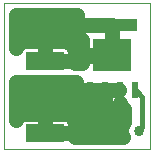
<source format=gtl>
G75*
%MOIN*%
%OFA0B0*%
%FSLAX24Y24*%
%IPPOS*%
%LPD*%
%AMOC8*
5,1,8,0,0,1.08239X$1,22.5*
%
%ADD10C,0.0000*%
%ADD11R,0.0236X0.0551*%
%ADD12R,0.1654X0.0433*%
%ADD13R,0.1299X0.1063*%
%ADD14R,0.1299X0.0591*%
%ADD15C,0.0340*%
%ADD16C,0.0160*%
%ADD17C,0.0500*%
%ADD18C,0.0600*%
D10*
X000475Y000600D02*
X000475Y005470D01*
X005342Y005470D01*
X005342Y000600D01*
X000475Y000600D01*
D11*
X003350Y002566D03*
X003850Y002566D03*
X004350Y002566D03*
X004850Y002566D03*
D12*
X004100Y004758D03*
D13*
X004100Y003735D03*
D14*
X001850Y003551D03*
X001850Y001149D03*
D15*
X004975Y001225D03*
D16*
X005100Y001350D01*
X005100Y002350D01*
X004884Y002566D01*
X004850Y002566D01*
D17*
X004350Y002147D02*
X004350Y002147D01*
X004350Y001940D01*
X004475Y001940D01*
X004475Y001527D01*
X004398Y001340D01*
X004398Y001110D01*
X004443Y001000D01*
X002850Y001000D01*
X002850Y001149D01*
X001850Y001149D01*
X001850Y001149D01*
X002850Y001149D01*
X002850Y001479D01*
X002836Y001547D01*
X002810Y001610D01*
X002771Y001668D01*
X002723Y001716D01*
X002665Y001755D01*
X002602Y001781D01*
X002534Y001794D01*
X001850Y001794D01*
X001166Y001794D01*
X001098Y001781D01*
X001035Y001755D01*
X000977Y001716D01*
X000929Y001668D01*
X000890Y001610D01*
X000875Y001574D01*
X000875Y002850D01*
X001115Y002850D01*
X001119Y002848D01*
X002581Y002848D01*
X002585Y002850D01*
X002882Y002850D01*
X002882Y002566D01*
X003350Y002566D01*
X003350Y002566D01*
X003850Y002566D01*
X004324Y002566D01*
X004324Y002566D01*
X003882Y002566D01*
X003850Y002566D01*
X003850Y002566D01*
X003850Y002566D01*
X003382Y002566D01*
X003350Y002566D01*
X003350Y002566D01*
X002882Y002566D01*
X002882Y002255D01*
X002895Y002188D01*
X002922Y002124D01*
X002960Y002067D01*
X003009Y002018D01*
X003066Y001980D01*
X003130Y001953D01*
X003197Y001940D01*
X003350Y001940D01*
X003503Y001940D01*
X003570Y001953D01*
X003600Y001966D01*
X003630Y001953D01*
X003697Y001940D01*
X003850Y001940D01*
X004003Y001940D01*
X004070Y001953D01*
X004100Y001966D01*
X004130Y001953D01*
X004197Y001940D01*
X004350Y001940D01*
X004350Y002147D01*
X004350Y002096D02*
X004350Y002096D01*
X004475Y001597D02*
X002815Y001597D01*
X002850Y001099D02*
X004402Y001099D01*
X003850Y001940D02*
X003850Y002566D01*
X003850Y002566D01*
X003850Y001940D01*
X003850Y002096D02*
X003850Y002096D01*
X003350Y002096D02*
X003350Y002096D01*
X003350Y001940D02*
X003350Y002566D01*
X003350Y002566D01*
X003350Y001940D01*
X002941Y002096D02*
X000875Y002096D01*
X000875Y002594D02*
X002882Y002594D01*
X002850Y003475D02*
X002850Y003551D01*
X002850Y003881D01*
X002836Y003948D01*
X002810Y004012D01*
X002771Y004069D01*
X002723Y004118D01*
X002665Y004156D01*
X002602Y004183D01*
X002534Y004196D01*
X001850Y004196D01*
X001166Y004196D01*
X001098Y004183D01*
X001035Y004156D01*
X000977Y004118D01*
X000929Y004069D01*
X000890Y004012D01*
X000875Y003975D01*
X000875Y005070D01*
X002935Y005070D01*
X002923Y005009D01*
X002923Y004758D01*
X002923Y004507D01*
X002937Y004440D01*
X002963Y004376D01*
X003001Y004319D01*
X003050Y004270D01*
X003100Y004236D01*
X003100Y003751D01*
X004084Y003751D01*
X004084Y004192D01*
X004100Y004192D01*
X004100Y004758D01*
X004100Y004758D01*
X004100Y004192D01*
X004116Y004192D01*
X004116Y003751D01*
X004084Y003751D01*
X004084Y003719D01*
X003100Y003719D01*
X003100Y003475D01*
X002850Y003475D01*
X002850Y003551D02*
X001850Y003551D01*
X001850Y004196D01*
X001850Y003551D01*
X001850Y003551D01*
X002850Y003551D01*
X002850Y003591D02*
X003100Y003591D01*
X003100Y004090D02*
X002751Y004090D01*
X002923Y004588D02*
X000875Y004588D01*
X000875Y004090D02*
X000949Y004090D01*
X001850Y004090D02*
X001850Y004090D01*
X001850Y003591D02*
X001850Y003591D01*
X001850Y003551D02*
X001850Y003551D01*
X002923Y004758D02*
X004100Y004758D01*
X004100Y004758D01*
X002923Y004758D01*
X004100Y004588D02*
X004100Y004588D01*
X004084Y004090D02*
X004116Y004090D01*
X001850Y001794D02*
X001850Y001149D01*
X001850Y001794D01*
X001850Y001597D02*
X001850Y001597D01*
X001850Y001149D02*
X001850Y001149D01*
X000885Y001597D02*
X000875Y001597D01*
D18*
X001430Y002760D03*
M02*

</source>
